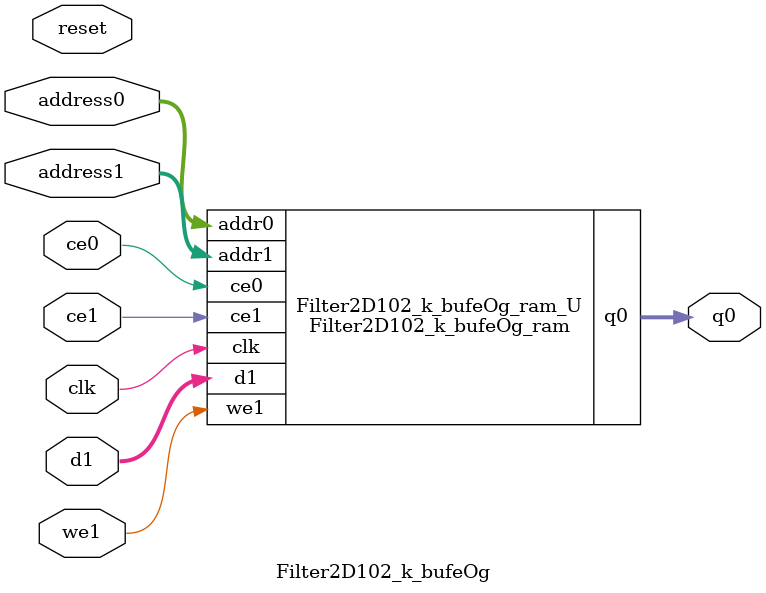
<source format=v>
`timescale 1 ns / 1 ps
module Filter2D102_k_bufeOg_ram (addr0, ce0, q0, addr1, ce1, d1, we1,  clk);

parameter DWIDTH = 8;
parameter AWIDTH = 11;
parameter MEM_SIZE = 1920;

input[AWIDTH-1:0] addr0;
input ce0;
output reg[DWIDTH-1:0] q0;
input[AWIDTH-1:0] addr1;
input ce1;
input[DWIDTH-1:0] d1;
input we1;
input clk;

(* ram_style = "block" *)reg [DWIDTH-1:0] ram[0:MEM_SIZE-1];




always @(posedge clk)  
begin 
    if (ce0) 
    begin
        q0 <= ram[addr0];
    end
end


always @(posedge clk)  
begin 
    if (ce1) 
    begin
        if (we1) 
        begin 
            ram[addr1] <= d1; 
        end 
    end
end


endmodule

`timescale 1 ns / 1 ps
module Filter2D102_k_bufeOg(
    reset,
    clk,
    address0,
    ce0,
    q0,
    address1,
    ce1,
    we1,
    d1);

parameter DataWidth = 32'd8;
parameter AddressRange = 32'd1920;
parameter AddressWidth = 32'd11;
input reset;
input clk;
input[AddressWidth - 1:0] address0;
input ce0;
output[DataWidth - 1:0] q0;
input[AddressWidth - 1:0] address1;
input ce1;
input we1;
input[DataWidth - 1:0] d1;



Filter2D102_k_bufeOg_ram Filter2D102_k_bufeOg_ram_U(
    .clk( clk ),
    .addr0( address0 ),
    .ce0( ce0 ),
    .q0( q0 ),
    .addr1( address1 ),
    .ce1( ce1 ),
    .we1( we1 ),
    .d1( d1 ));

endmodule


</source>
